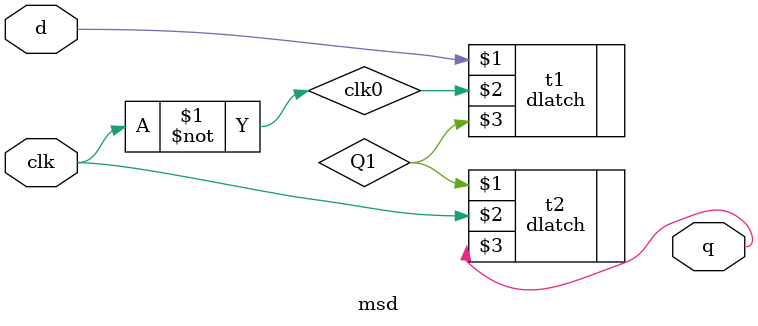
<source format=sv>
module msd(input d,clk,output q);
wire clk0,Q1;
not n(clk0,clk);
dlatch t1(d,clk0,Q1);
dlatch t2(Q1,clk,q);

endmodule

</source>
